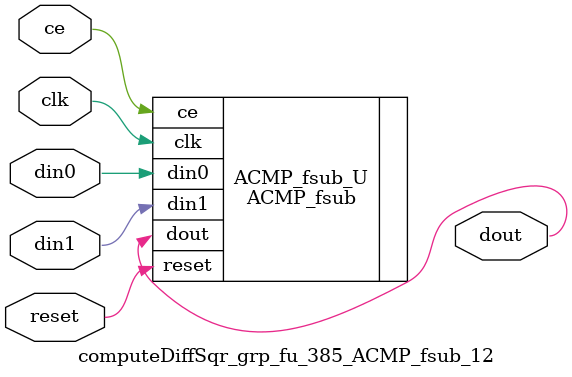
<source format=v>

`timescale 1 ns / 1 ps
module computeDiffSqr_grp_fu_385_ACMP_fsub_12(
    clk,
    reset,
    ce,
    din0,
    din1,
    dout);

parameter ID = 32'd1;
parameter NUM_STAGE = 32'd1;
parameter din0_WIDTH = 32'd1;
parameter din1_WIDTH = 32'd1;
parameter dout_WIDTH = 32'd1;
input clk;
input reset;
input ce;
input[din0_WIDTH - 1:0] din0;
input[din1_WIDTH - 1:0] din1;
output[dout_WIDTH - 1:0] dout;



ACMP_fsub #(
.ID( ID ),
.NUM_STAGE( 4 ),
.din0_WIDTH( din0_WIDTH ),
.din1_WIDTH( din1_WIDTH ),
.dout_WIDTH( dout_WIDTH ))
ACMP_fsub_U(
    .clk( clk ),
    .reset( reset ),
    .ce( ce ),
    .din0( din0 ),
    .din1( din1 ),
    .dout( dout ));

endmodule

</source>
